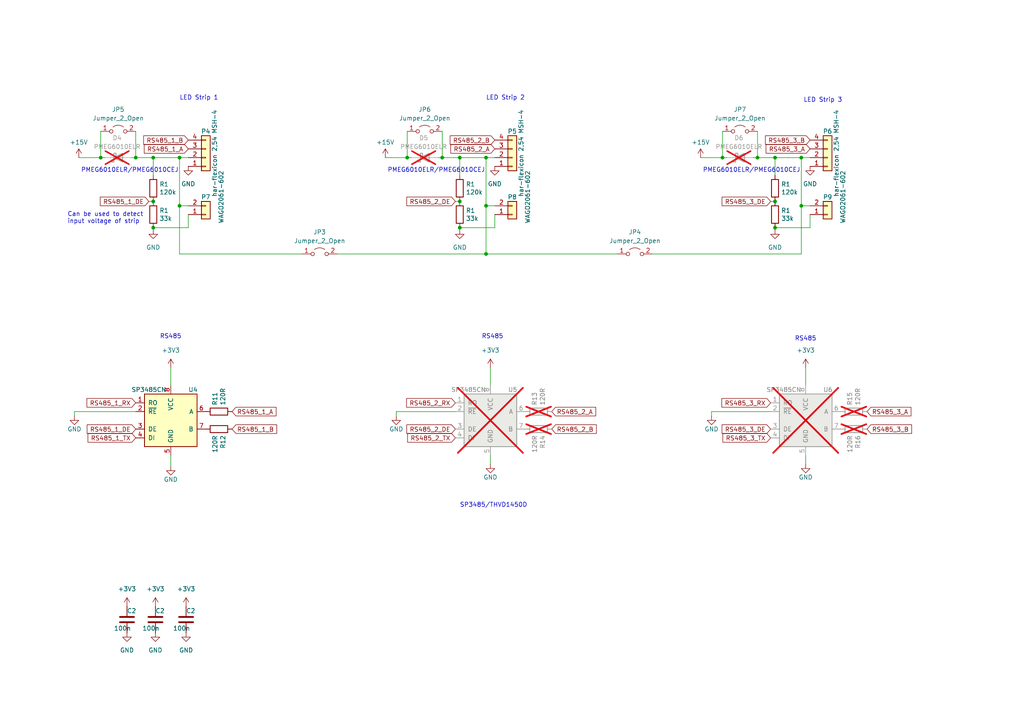
<source format=kicad_sch>
(kicad_sch (version 20231120) (generator "eeschema") (generator_version "8.0")
  (paper "A4")
  (lib_symbols
    (symbol "Connector_Generic:Conn_01x02" (pin_names (offset 1.016) hide)
      (property "Reference" "J" (at 0 2.54 0))
      (property "Value" "Conn_01x02" (at 0 -5.08 0))
      (symbol "Conn_01x02_1_1"
        (rectangle (start -1.27 -2.413) (end 0 -2.667) (stroke (width 0.1524)))
        (rectangle (start -1.27 0.127) (end 0 -0.127) (stroke (width 0.1524)))
        (rectangle (start -1.27 1.27) (end 1.27 -3.81) (stroke (width 0.254)) (fill (type background)))
        (pin passive line (at -5.08 0 0) (length 3.81) (name "Pin_1") (number "1"))
        (pin passive line (at -5.08 -2.54 0) (length 3.81) (name "Pin_2") (number "2"))
      )
    )
    (symbol "Connector_Generic:Conn_01x04" (pin_names (offset 1.016) hide)
      (property "Reference" "J" (at 0 5.08 0))
      (property "Value" "Conn_01x04" (at 0 -7.62 0))
      (symbol "Conn_01x04_1_1"
        (rectangle (start -1.27 -4.953) (end 0 -5.207) (stroke (width 0.1524)))
        (rectangle (start -1.27 -2.413) (end 0 -2.667) (stroke (width 0.1524)))
        (rectangle (start -1.27 0.127) (end 0 -0.127) (stroke (width 0.1524)))
        (rectangle (start -1.27 2.667) (end 0 2.413) (stroke (width 0.1524)))
        (rectangle (start -1.27 3.81) (end 1.27 -6.35) (stroke (width 0.254)) (fill (type background)))
        (pin passive line (at -5.08 2.54 0) (length 3.81) (name "Pin_1") (number "1"))
        (pin passive line (at -5.08 0 0) (length 3.81) (name "Pin_2") (number "2"))
        (pin passive line (at -5.08 -2.54 0) (length 3.81) (name "Pin_3") (number "3"))
        (pin passive line (at -5.08 -5.08 0) (length 3.81) (name "Pin_4") (number "4"))
      )
    )
    (symbol "Device:C" (pin_numbers hide) (pin_names (offset 0.254))
      (property "Reference" "C" (at 0.635 2.54 0))
      (property "Value" "C" (at 0.635 -2.54 0))
      (symbol "C_0_1"
        (polyline (pts (xy -2.032 -0.762) (xy 2.032 -0.762)) (stroke (width 0.508)))
        (polyline (pts (xy -2.032 0.762) (xy 2.032 0.762)) (stroke (width 0.508)))
      )
      (symbol "C_1_1"
        (pin passive line (at 0 3.81 270) (length 2.794) (name "~") (number "1"))
        (pin passive line (at 0 -3.81 90) (length 2.794) (name "~") (number "2"))
      )
    )
    (symbol "Device:D_Schottky" (pin_numbers hide) (pin_names (offset 1.016) hide)
      (property "Reference" "D" (at 0 2.54 0))
      (property "Value" "D_Schottky" (at 0 -2.54 0))
      (symbol "D_Schottky_0_1"
        (polyline (pts (xy 1.27 0) (xy -1.27 0)))
        (polyline (pts (xy 1.27 1.27) (xy 1.27 -1.27) (xy -1.27 0) (xy 1.27 1.27)) (stroke (width 0.254)))
        (polyline (pts (xy -1.905 0.635) (xy -1.905 1.27) (xy -1.27 1.27) (xy -1.27 -1.27) (xy -0.635 -1.27) (xy -0.635 -0.635)) (stroke (width 0.254)))
      )
      (symbol "D_Schottky_1_1"
        (pin passive line (at -3.81 0 0) (length 2.54) (name "K") (number "1"))
        (pin passive line (at 3.81 0 180) (length 2.54) (name "A") (number "2"))
      )
    )
    (symbol "Device:R" (pin_numbers hide) (pin_names (offset 0))
      (property "Reference" "R" (at 2.032 0 90))
      (property "Value" "R" (at 0 0 90))
      (symbol "R_0_1"
        (rectangle (start -1.016 -2.54) (end 1.016 2.54) (stroke (width 0.254)))
      )
      (symbol "R_1_1"
        (pin passive line (at 0 3.81 270) (length 1.27) (name "~") (number "1"))
        (pin passive line (at 0 -3.81 90) (length 1.27) (name "~") (number "2"))
      )
    )
    (symbol "Interface_UART:SP3485CN" (pin_names (offset 1.016))
      (property "Reference" "U" (at -7.62 8.89 0))
      (property "Value" "SP3485CN" (at 2.54 8.89 0))
      (symbol "SP3485CN_0_1"
        (rectangle (start -7.62 7.62) (end 7.62 -7.62) (stroke (width 0.254)) (fill (type background)))
      )
      (symbol "SP3485CN_1_1"
        (pin output line (at -10.16 5.08 0) (length 2.54) (name "RO") (number "1"))
        (pin input line (at -10.16 2.54 0) (length 2.54) (name "~{RE}") (number "2"))
        (pin input line (at -10.16 -2.54 0) (length 2.54) (name "DE") (number "3"))
        (pin input line (at -10.16 -5.08 0) (length 2.54) (name "DI") (number "4"))
        (pin power_in line (at 0 -10.16 90) (length 2.54) (name "GND") (number "5"))
        (pin bidirectional line (at 10.16 2.54 180) (length 2.54) (name "A") (number "6"))
        (pin bidirectional line (at 10.16 -2.54 180) (length 2.54) (name "B") (number "7"))
        (pin power_in line (at 0 10.16 270) (length 2.54) (name "VCC") (number "8"))
      )
    )
    (symbol "Jumper:Jumper_2_Open" (pin_names (offset 0) hide)
      (property "Reference" "JP" (at 0 2.794 0))
      (property "Value" "Jumper_2_Open" (at 0 -2.286 0))
      (symbol "Jumper_2_Open_0_0"
        (circle (center -2.032 0) (radius 0.508))
        (circle (center 2.032 0) (radius 0.508))
      )
      (symbol "Jumper_2_Open_0_1"
        (arc (start 1.524 1.27) (mid 0 1.778) (end -1.524 1.27))
      )
      (symbol "Jumper_2_Open_1_1"
        (pin passive line (at -5.08 0 0) (length 2.54) (name "A") (number "1"))
        (pin passive line (at 5.08 0 180) (length 2.54) (name "B") (number "2"))
      )
    )
    (symbol "power:+15V" (power) (pin_names (offset 0))
      (property "Value" "+15V" (at 0 3.556 0))
      (symbol "+15V_0_1"
        (polyline (pts (xy -0.762 1.27) (xy 0 2.54)))
        (polyline (pts (xy 0 0) (xy 0 2.54)))
        (polyline (pts (xy 0 2.54) (xy 0.762 1.27)))
      )
      (symbol "+15V_1_1"
        (pin power_in line (at 0 0 90) (length 0) hide (name "+15V") (number "1"))
      )
    )
    (symbol "power:+3V3" (power) (pin_names (offset 0))
      (property "Value" "+3V3" (at 0 3.556 0))
      (symbol "+3V3_0_1"
        (polyline (pts (xy -0.762 1.27) (xy 0 2.54)))
        (polyline (pts (xy 0 0) (xy 0 2.54)))
        (polyline (pts (xy 0 2.54) (xy 0.762 1.27)))
      )
      (symbol "+3V3_1_1"
        (pin power_in line (at 0 0 90) (length 0) hide (name "+3V3") (number "1"))
      )
    )
    (symbol "power:GND" (power) (pin_names (offset 0))
      (property "Value" "GND" (at 0 -3.81 0))
      (symbol "GND_0_1"
        (polyline (pts (xy 0 0) (xy 0 -1.27) (xy 1.27 -1.27) (xy 0 -2.54) (xy -1.27 -1.27) (xy 0 -1.27)))
      )
      (symbol "GND_1_1"
        (pin power_in line (at 0 0 270) (length 0) hide (name "GND") (number "1"))
      )
    )
  )
  (junction (at 140.97 73.66))
  (junction (at 140.97 45.72))
  (junction (at 44.45 45.72))
  (junction (at 118.11 45.72))
  (junction (at 232.41 45.72))
  (junction (at 133.35 45.72))
  (junction (at 29.21 45.72))
  (junction (at 128.27 45.72))
  (junction (at 133.35 66.04))
  (junction (at 219.71 45.72))
  (junction (at 224.79 45.72))
  (junction (at 39.37 45.72))
  (junction (at 140.97 59.69))
  (junction (at 232.41 59.69))
  (junction (at 224.79 66.04))
  (junction (at 52.07 45.72))
  (junction (at 52.07 59.69))
  (junction (at 224.79 58.42))
  (junction (at 209.55 45.72))
  (junction (at 133.35 58.42))
  (junction (at 44.45 58.42))
  (junction (at 44.45 66.04))
  (wire (pts (xy 44.45 66.04) (xy 54.61 66.04)))
  (wire (pts (xy 234.95 59.69) (xy 232.41 59.69)))
  (wire (pts (xy 140.97 45.72) (xy 143.51 45.72)))
  (wire (pts (xy 49.53 132.08) (xy 49.53 135.255)))
  (wire (pts (xy 203.2 45.72) (xy 209.55 45.72)))
  (wire (pts (xy 140.97 73.66) (xy 97.79 73.66)))
  (wire (pts (xy 44.45 45.72) (xy 52.07 45.72)))
  (wire (pts (xy 143.51 59.69) (xy 140.97 59.69)))
  (wire (pts (xy 224.79 45.72) (xy 224.79 50.8)))
  (wire (pts (xy 114.935 120.65) (xy 114.935 119.38)))
  (wire (pts (xy 118.11 38.1) (xy 118.11 45.72)))
  (wire (pts (xy 133.35 66.04) (xy 133.35 66.675)))
  (wire (pts (xy 52.07 45.72) (xy 54.61 45.72)))
  (wire (pts (xy 52.07 73.66) (xy 87.63 73.66)))
  (wire (pts (xy 133.35 45.72) (xy 140.97 45.72)))
  (wire (pts (xy 143.51 66.04) (xy 143.51 62.23)))
  (wire (pts (xy 38.1 45.72) (xy 39.37 45.72)))
  (wire (pts (xy 232.41 73.66) (xy 189.23 73.66)))
  (wire (pts (xy 224.79 66.04) (xy 234.95 66.04)))
  (wire (pts (xy 232.41 45.72) (xy 232.41 59.69)))
  (wire (pts (xy 232.41 59.69) (xy 232.41 73.66)))
  (wire (pts (xy 140.97 73.66) (xy 179.07 73.66)))
  (wire (pts (xy 140.97 59.69) (xy 140.97 73.66)))
  (wire (pts (xy 142.24 106.68) (xy 142.24 111.76)))
  (wire (pts (xy 218.44 45.72) (xy 219.71 45.72)))
  (wire (pts (xy 54.61 66.04) (xy 54.61 62.23)))
  (wire (pts (xy 29.21 45.72) (xy 30.48 45.72)))
  (wire (pts (xy 133.35 45.72) (xy 133.35 50.8)))
  (wire (pts (xy 233.68 132.08) (xy 233.68 134.62)))
  (wire (pts (xy 232.41 45.72) (xy 234.95 45.72)))
  (wire (pts (xy 54.61 59.69) (xy 52.07 59.69)))
  (wire (pts (xy 111.76 45.72) (xy 118.11 45.72)))
  (wire (pts (xy 21.59 120.65) (xy 21.59 119.38)))
  (wire (pts (xy 142.24 132.08) (xy 142.24 134.62)))
  (wire (pts (xy 44.45 66.04) (xy 44.45 66.675)))
  (wire (pts (xy 29.21 38.1) (xy 29.21 45.72)))
  (wire (pts (xy 119.38 45.72) (xy 118.11 45.72)))
  (wire (pts (xy 21.59 119.38) (xy 39.37 119.38)))
  (wire (pts (xy 223.52 58.42) (xy 224.79 58.42)))
  (wire (pts (xy 209.55 38.1) (xy 209.55 45.72)))
  (wire (pts (xy 128.27 45.72) (xy 133.35 45.72)))
  (wire (pts (xy 219.71 38.1) (xy 219.71 45.72)))
  (wire (pts (xy 127 45.72) (xy 128.27 45.72)))
  (wire (pts (xy 219.71 45.72) (xy 224.79 45.72)))
  (wire (pts (xy 233.68 106.68) (xy 233.68 111.76)))
  (wire (pts (xy 43.18 58.42) (xy 44.45 58.42)))
  (wire (pts (xy 234.95 66.04) (xy 234.95 62.23)))
  (wire (pts (xy 132.08 58.42) (xy 133.35 58.42)))
  (wire (pts (xy 133.35 66.04) (xy 143.51 66.04)))
  (wire (pts (xy 39.37 45.72) (xy 44.45 45.72)))
  (wire (pts (xy 49.53 106.68) (xy 49.53 111.76)))
  (wire (pts (xy 206.375 120.65) (xy 206.375 119.38)))
  (wire (pts (xy 44.45 45.72) (xy 44.45 50.8)))
  (wire (pts (xy 224.79 45.72) (xy 232.41 45.72)))
  (wire (pts (xy 140.97 45.72) (xy 140.97 59.69)))
  (wire (pts (xy 224.79 66.04) (xy 224.79 66.675)))
  (wire (pts (xy 206.375 119.38) (xy 223.52 119.38)))
  (wire (pts (xy 52.07 59.69) (xy 52.07 73.66)))
  (wire (pts (xy 114.935 119.38) (xy 132.08 119.38)))
  (wire (pts (xy 128.27 38.1) (xy 128.27 45.72)))
  (wire (pts (xy 209.55 45.72) (xy 210.82 45.72)))
  (wire (pts (xy 52.07 45.72) (xy 52.07 59.69)))
  (wire (pts (xy 22.86 45.72) (xy 29.21 45.72)))
  (wire (pts (xy 39.37 38.1) (xy 39.37 45.72)))
  (text "Can be used to detect\ninput voltage of strip" (at 19.558 65.024 0) (effects (font (size 1.27 1.27)) (justify left bottom)))
  (text "LED Strip 3" (at 233.045 29.845 0) (effects (font (size 1.27 1.27)) (justify left bottom)))
  (text "PMEG6010ELR/PMEG6010CEJ " (at 112.395 50.165 0) (effects (font (size 1.27 1.27)) (justify left bottom)))
  (text "LED Strip 1" (at 52.07 29.21 0) (effects (font (size 1.27 1.27)) (justify left bottom)))
  (text "SP3485/THVD1450D" (at 133.35 147.32 0) (effects (font (size 1.27 1.27)) (justify left bottom)))
  (text "LED Strip 2" (at 140.97 29.21 0) (effects (font (size 1.27 1.27)) (justify left bottom)))
  (text "PMEG6010ELR/PMEG6010CEJ " (at 23.495 50.165 0) (effects (font (size 1.27 1.27)) (justify left bottom)))
  (text "RS485" (at 230.505 99.06 0) (effects (font (size 1.27 1.27)) (justify left bottom)))
  (text "RS485" (at 46.355 98.425 0) (effects (font (size 1.27 1.27)) (justify left bottom)))
  (text "PMEG6010ELR/PMEG6010CEJ " (at 203.835 50.165 0) (effects (font (size 1.27 1.27)) (justify left bottom)))
  (text "RS485" (at 139.7 98.425 0) (effects (font (size 1.27 1.27)) (justify left bottom)))
  (global_label "RS485_3_TX" (shape input) (at 223.52 127 180) (property "Intersheetrefs" "${INTERSHEET_REFS}" (effects (hide yes))))
  (global_label "RS485_1_B" (shape input) (at 67.31 124.46 0) (property "Intersheetrefs" "${INTERSHEET_REFS}" (effects (hide yes))))
  (global_label "RS485_2_DE" (shape input) (at 132.08 58.42 180) (property "Intersheetrefs" "${INTERSHEET_REFS}" (effects (hide yes))))
  (global_label "RS485_2_DE" (shape input) (at 132.08 124.46 180) (property "Intersheetrefs" "${INTERSHEET_REFS}" (effects (hide yes))))
  (global_label "RS485_2_TX" (shape input) (at 132.08 127 180) (property "Intersheetrefs" "${INTERSHEET_REFS}" (effects (hide yes))))
  (global_label "RS485_3_DE" (shape input) (at 223.52 58.42 180) (property "Intersheetrefs" "${INTERSHEET_REFS}" (effects (hide yes))))
  (global_label "RS485_1_B" (shape input) (at 54.61 40.64 180) (property "Intersheetrefs" "${INTERSHEET_REFS}" (effects (hide yes))))
  (global_label "RS485_2_A" (shape input) (at 143.51 43.18 180) (property "Intersheetrefs" "${INTERSHEET_REFS}" (effects (hide yes))))
  (global_label "RS485_3_DE" (shape input) (at 223.52 124.46 180) (property "Intersheetrefs" "${INTERSHEET_REFS}" (effects (hide yes))))
  (global_label "RS485_3_B" (shape input) (at 251.46 124.46 0) (property "Intersheetrefs" "${INTERSHEET_REFS}" (effects (hide yes))))
  (global_label "RS485_2_B" (shape input) (at 160.02 124.46 0) (property "Intersheetrefs" "${INTERSHEET_REFS}" (effects (hide yes))))
  (global_label "RS485_3_B" (shape input) (at 234.95 40.64 180) (property "Intersheetrefs" "${INTERSHEET_REFS}" (effects (hide yes))))
  (global_label "RS485_3_A" (shape input) (at 234.95 43.18 180) (property "Intersheetrefs" "${INTERSHEET_REFS}" (effects (hide yes))))
  (global_label "RS485_2_B" (shape input) (at 143.51 40.64 180) (property "Intersheetrefs" "${INTERSHEET_REFS}" (effects (hide yes))))
  (global_label "RS485_1_TX" (shape input) (at 39.37 127 180) (property "Intersheetrefs" "${INTERSHEET_REFS}" (effects (hide yes))))
  (global_label "RS485_2_RX" (shape input) (at 132.08 116.84 180) (property "Intersheetrefs" "${INTERSHEET_REFS}" (effects (hide yes))))
  (global_label "RS485_1_A" (shape input) (at 67.31 119.38 0) (property "Intersheetrefs" "${INTERSHEET_REFS}" (effects (hide yes))))
  (global_label "RS485_3_A" (shape input) (at 251.46 119.38 0) (property "Intersheetrefs" "${INTERSHEET_REFS}" (effects (hide yes))))
  (global_label "RS485_1_A" (shape input) (at 54.61 43.18 180) (property "Intersheetrefs" "${INTERSHEET_REFS}" (effects (hide yes))))
  (global_label "RS485_2_A" (shape input) (at 160.02 119.38 0) (property "Intersheetrefs" "${INTERSHEET_REFS}" (effects (hide yes))))
  (global_label "RS485_1_RX" (shape input) (at 39.37 116.84 180) (property "Intersheetrefs" "${INTERSHEET_REFS}" (effects (hide yes))))
  (global_label "RS485_1_DE" (shape input) (at 39.37 124.46 180) (property "Intersheetrefs" "${INTERSHEET_REFS}" (effects (hide yes))))
  (global_label "RS485_1_DE" (shape input) (at 43.18 58.42 180) (property "Intersheetrefs" "${INTERSHEET_REFS}" (effects (hide yes))))
  (global_label "RS485_3_RX" (shape input) (at 223.52 116.84 180) (property "Intersheetrefs" "${INTERSHEET_REFS}" (effects (hide yes))))
  (symbol (lib_id "Device:R") (at 247.65 119.38 90) (unit 1) (dnp yes)
    (property "Reference" "R15" (at 246.4816 117.602 0) (effects (justify left)))
    (property "Value" "120R" (at 248.793 117.602 0) (effects (justify left)))
    (property "Footprint" "local:1206-term" (effects (hide yes)))
  )
  (symbol (lib_id "power:GND") (at 234.95 48.26 0) (unit 1)
    (property "Reference" "#PWR010" (effects (hide yes)))
    (property "Value" "GND" (at 234.95 53.34 0))
    (instances (project "Display" (path "" (reference "#PWR010") (unit 1))) (project "control" (path "" (reference "#PWR046") (unit 1))))
  )
  (symbol (lib_id "power:GND") (at 21.59 120.65 0) (unit 1)
    (property "Reference" "#PWR061" (effects (hide yes)))
    (property "Value" "GND" (at 21.59 124.46 0))
    (instances (project "control" (path "" (reference "#PWR061") (unit 1))) (project "LedControl" (path "" (reference "#PWR01") (unit 1))))
  )
  (symbol (lib_id "Device:R") (at 63.5 124.46 270) (unit 1)
    (property "Reference" "R12" (at 64.6684 126.238 0) (effects (justify left)))
    (property "Value" "120R" (at 62.357 126.238 0) (effects (justify left)))
    (property "Footprint" "local:1206-term" (effects (hide yes)))
  )
  (symbol (lib_id "Interface_UART:SP3485CN") (at 142.24 121.92 0) (unit 1) (dnp yes)
    (property "Reference" "U5" (at 147.32 113.03 0) (effects (justify left)))
    (property "Value" "SP3485CN" (at 130.81 113.03 0) (effects (justify left)))
    (property "Footprint" "local:SO-8" (effects (hide yes)))
    (instances (project "control" (path "" (reference "U5") (unit 1))) (project "LedControl" (path "" (reference "U4") (unit 1))))
  )
  (symbol (lib_id "Device:D_Schottky") (at 123.19 45.72 0) (mirror x) (unit 1) (dnp yes)
    (property "Reference" "D5" (at 122.8725 40.005 0))
    (property "Value" "PMEG6010ELR" (at 122.8725 42.545 0))
    (property "Footprint" "local:PMEG6010ELR" (effects (hide yes)))
  )
  (symbol (lib_id "Device:R") (at 156.21 124.46 270) (unit 1) (dnp yes)
    (property "Reference" "R14" (at 157.3784 126.238 0) (effects (justify left)))
    (property "Value" "120R" (at 155.067 126.238 0) (effects (justify left)))
    (property "Footprint" "local:1206-term" (effects (hide yes)))
  )
  (symbol (lib_id "Jumper:Jumper_2_Open") (at 123.19 38.1 0) (unit 1) (in_bom no)
    (property "Reference" "JP6" (at 123.19 31.75 0))
    (property "Value" "Jumper_2_Open" (at 123.19 34.29 0))
    (property "Footprint" "local:Jumper" (effects (hide yes)))
  )
  (symbol (lib_id "power:GND") (at 142.24 134.62 0) (unit 1)
    (property "Reference" "#PWR038" (effects (hide yes)))
    (property "Value" "GND" (at 142.24 138.43 0))
    (instances (project "control" (path "" (reference "#PWR038") (unit 1))) (project "LedControl" (path "" (reference "#PWR01") (unit 1))))
  )
  (symbol (lib_id "power:GND") (at 206.375 120.65 0) (unit 1)
    (property "Reference" "#PWR016" (effects (hide yes)))
    (property "Value" "GND" (at 206.375 124.46 0))
    (instances (project "control" (path "" (reference "#PWR016") (unit 1))) (project "LedControl" (path "" (reference "#PWR01") (unit 1))))
  )
  (symbol (lib_id "Device:R") (at 44.45 62.23 0) (unit 1)
    (property "Reference" "R1" (at 46.228 61.0616 0) (effects (justify left)))
    (property "Value" "33k" (at 46.228 63.373 0) (effects (justify left)))
    (property "Footprint" "local:0603" (effects (hide yes)))
    (instances (project "Display" (path "" (reference "R1") (unit 1))) (project "control" (path "" (reference "R6") (unit 1))))
  )
  (symbol (lib_id "Device:R") (at 156.21 119.38 90) (unit 1) (dnp yes)
    (property "Reference" "R13" (at 155.0416 117.602 0) (effects (justify left)))
    (property "Value" "120R" (at 157.353 117.602 0) (effects (justify left)))
    (property "Footprint" "local:1206-term" (effects (hide yes)))
  )
  (symbol (lib_id "Device:C") (at 45.085 179.705 0) (unit 1)
    (property "Reference" "C2" (at 45.085 177.165 0) (effects (justify left)))
    (property "Value" "100n" (at 41.275 182.245 0) (effects (justify left)))
    (property "Footprint" "local:0603" (effects (hide yes)))
    (instances (project "Display" (path "" (reference "C2") (unit 1))) (project "control" (path "" (reference "C16") (unit 1))))
  )
  (symbol (lib_id "Device:R") (at 63.5 119.38 90) (unit 1)
    (property "Reference" "R11" (at 62.3316 117.602 0) (effects (justify left)))
    (property "Value" "120R" (at 64.643 117.602 0) (effects (justify left)))
    (property "Footprint" "local:1206-term" (effects (hide yes)))
  )
  (symbol (lib_id "power:GND") (at 53.975 183.515 0) (unit 1)
    (property "Reference" "#PWR010" (effects (hide yes)))
    (property "Value" "GND" (at 53.975 188.595 0))
    (instances (project "Display" (path "" (reference "#PWR010") (unit 1))) (project "control" (path "" (reference "#PWR051") (unit 1))))
  )
  (symbol (lib_id "power:GND") (at 143.51 48.26 0) (unit 1)
    (property "Reference" "#PWR010" (effects (hide yes)))
    (property "Value" "GND" (at 143.51 53.34 0))
    (instances (project "Display" (path "" (reference "#PWR010") (unit 1))) (project "control" (path "" (reference "#PWR014") (unit 1))))
  )
  (symbol (lib_id "power:+3V3") (at 233.68 106.68 0) (unit 1)
    (property "Reference" "#PWR02" (effects (hide yes)))
    (property "Value" "+3V3" (at 233.68 101.6 0))
    (instances (project "Display" (path "" (reference "#PWR02") (unit 1))) (project "control" (path "" (reference "#PWR040") (unit 1))))
  )
  (symbol (lib_id "Device:R") (at 247.65 124.46 270) (unit 1) (dnp yes)
    (property "Reference" "R16" (at 248.8184 126.238 0) (effects (justify left)))
    (property "Value" "120R" (at 246.507 126.238 0) (effects (justify left)))
    (property "Footprint" "local:1206-term" (effects (hide yes)))
  )
  (symbol (lib_id "Device:C") (at 36.83 179.705 0) (unit 1)
    (property "Reference" "C2" (at 36.83 177.165 0) (effects (justify left)))
    (property "Value" "100n" (at 33.02 182.245 0) (effects (justify left)))
    (property "Footprint" "local:0603" (effects (hide yes)))
    (instances (project "Display" (path "" (reference "C2") (unit 1))) (project "control" (path "" (reference "C15") (unit 1))))
  )
  (symbol (lib_id "Connector_Generic:Conn_01x02") (at 240.03 62.23 0) (mirror x) (unit 1) (in_bom no)
    (property "Reference" "P9" (at 240.03 57.15 0))
    (property "Value" "WAGO2061-602" (at 244.475 57.15 90))
    (property "Footprint" "local:WAGO2061-602" (effects (hide yes)))
  )
  (symbol (lib_id "Jumper:Jumper_2_Open") (at 184.15 73.66 0) (unit 1) (in_bom no)
    (property "Reference" "JP4" (at 184.15 67.31 0))
    (property "Value" "Jumper_2_Open" (at 184.15 69.85 0))
    (property "Footprint" "local:Jumper" (effects (hide yes)))
  )
  (symbol (lib_id "power:GND") (at 44.45 66.675 0) (unit 1)
    (property "Reference" "#PWR010" (effects (hide yes)))
    (property "Value" "GND" (at 44.45 71.755 0))
    (instances (project "Display" (path "" (reference "#PWR010") (unit 1))) (project "control" (path "" (reference "#PWR044") (unit 1))))
  )
  (symbol (lib_id "power:GND") (at 233.68 134.62 0) (unit 1)
    (property "Reference" "#PWR041" (effects (hide yes)))
    (property "Value" "GND" (at 233.68 138.43 0))
    (instances (project "control" (path "" (reference "#PWR041") (unit 1))) (project "LedControl" (path "" (reference "#PWR01") (unit 1))))
  )
  (symbol (lib_id "Connector_Generic:Conn_01x04") (at 59.69 45.72 0) (mirror x) (unit 1) (in_bom no)
    (property "Reference" "P4" (at 59.69 38.1 0))
    (property "Value" "har-flexicon 2,54 MSH-4" (at 62.23 44.45 90))
    (property "Footprint" "local:Harting14110413002000" (effects (hide yes)))
    (instances (project "control" (path "" (reference "P4") (unit 1))) (project "LedControl" (path "" (reference "P8") (unit 1))))
  )
  (symbol (lib_id "power:+3V3") (at 49.53 106.68 0) (unit 1)
    (property "Reference" "#PWR02" (effects (hide yes)))
    (property "Value" "+3V3" (at 49.53 101.6 0))
    (instances (project "Display" (path "" (reference "#PWR02") (unit 1))) (project "control" (path "" (reference "#PWR036") (unit 1))))
  )
  (symbol (lib_id "power:+3V3") (at 142.24 106.68 0) (unit 1)
    (property "Reference" "#PWR02" (effects (hide yes)))
    (property "Value" "+3V3" (at 142.24 101.6 0))
    (instances (project "Display" (path "" (reference "#PWR02") (unit 1))) (project "control" (path "" (reference "#PWR039") (unit 1))))
  )
  (symbol (lib_id "power:+15V") (at 111.76 45.72 0) (unit 1)
    (property "Reference" "#PWR02" (effects (hide yes)))
    (property "Value" "+15V" (at 111.76 41.275 0))
  )
  (symbol (lib_id "power:+15V") (at 22.86 45.72 0) (unit 1)
    (property "Reference" "#PWR042" (effects (hide yes)))
    (property "Value" "+15V" (at 22.86 41.275 0))
  )
  (symbol (lib_id "Device:R") (at 44.45 54.61 0) (unit 1)
    (property "Reference" "R1" (at 46.228 53.4416 0) (effects (justify left)))
    (property "Value" "120k" (at 46.228 55.753 0) (effects (justify left)))
    (property "Footprint" "local:0603" (effects (hide yes)))
    (instances (project "Display" (path "" (reference "R1") (unit 1))) (project "control" (path "" (reference "R5") (unit 1))))
  )
  (symbol (lib_id "Jumper:Jumper_2_Open") (at 92.71 73.66 0) (unit 1) (in_bom no)
    (property "Reference" "JP3" (at 92.71 67.31 0))
    (property "Value" "Jumper_2_Open" (at 92.71 69.85 0))
    (property "Footprint" "local:Jumper" (effects (hide yes)))
  )
  (symbol (lib_id "power:GND") (at 133.35 66.675 0) (unit 1)
    (property "Reference" "#PWR010" (effects (hide yes)))
    (property "Value" "GND" (at 133.35 71.755 0))
    (instances (project "Display" (path "" (reference "#PWR010") (unit 1))) (project "control" (path "" (reference "#PWR035") (unit 1))))
  )
  (symbol (lib_id "Device:D_Schottky") (at 34.29 45.72 0) (mirror x) (unit 1) (dnp yes)
    (property "Reference" "D4" (at 33.9725 40.005 0))
    (property "Value" "PMEG6010ELR" (at 33.9725 42.545 0))
    (property "Footprint" "local:PMEG6010ELR" (effects (hide yes)))
  )
  (symbol (lib_id "Interface_UART:SP3485CN") (at 49.53 121.92 0) (unit 1)
    (property "Reference" "U4" (at 54.61 113.03 0) (effects (justify left)))
    (property "Value" "SP3485CN" (at 38.1 113.03 0) (effects (justify left)))
    (property "Footprint" "local:SO-8" (effects (hide yes)))
  )
  (symbol (lib_id "Device:D_Schottky") (at 214.63 45.72 0) (mirror x) (unit 1) (dnp yes)
    (property "Reference" "D6" (at 214.3125 40.005 0))
    (property "Value" "PMEG6010ELR" (at 214.3125 42.545 0))
    (property "Footprint" "local:PMEG6010ELR" (effects (hide yes)))
  )
  (symbol (lib_id "Device:C") (at 53.975 179.705 0) (unit 1)
    (property "Reference" "C2" (at 53.975 177.165 0) (effects (justify left)))
    (property "Value" "100n" (at 50.165 182.245 0) (effects (justify left)))
    (property "Footprint" "local:0603" (effects (hide yes)))
    (instances (project "Display" (path "" (reference "C2") (unit 1))) (project "control" (path "" (reference "C17") (unit 1))))
  )
  (symbol (lib_id "Connector_Generic:Conn_01x04") (at 240.03 45.72 0) (mirror x) (unit 1) (in_bom no)
    (property "Reference" "P6" (at 240.03 38.1 0))
    (property "Value" "har-flexicon 2,54 MSH-4" (at 242.57 44.45 90))
    (property "Footprint" "local:Harting14110413002000" (effects (hide yes)))
    (instances (project "control" (path "" (reference "P6") (unit 1))) (project "LedControl" (path "" (reference "P8") (unit 1))))
  )
  (symbol (lib_id "Connector_Generic:Conn_01x02") (at 148.59 62.23 0) (mirror x) (unit 1) (in_bom no)
    (property "Reference" "P8" (at 148.59 57.15 0))
    (property "Value" "WAGO2061-602" (at 153.035 57.15 90))
    (property "Footprint" "local:WAGO2061-602" (effects (hide yes)))
  )
  (symbol (lib_id "Interface_UART:SP3485CN") (at 233.68 121.92 0) (unit 1) (dnp yes)
    (property "Reference" "U6" (at 238.76 113.03 0) (effects (justify left)))
    (property "Value" "SP3485CN" (at 222.25 113.03 0) (effects (justify left)))
    (property "Footprint" "local:SO-8" (effects (hide yes)))
    (instances (project "control" (path "" (reference "U6") (unit 1))) (project "LedControl" (path "" (reference "U4") (unit 1))))
  )
  (symbol (lib_id "Jumper:Jumper_2_Open") (at 214.63 38.1 0) (unit 1) (in_bom no)
    (property "Reference" "JP7" (at 214.63 31.75 0))
    (property "Value" "Jumper_2_Open" (at 214.63 34.29 0))
    (property "Footprint" "local:Jumper" (effects (hide yes)))
  )
  (symbol (lib_id "power:GND") (at 114.935 120.65 0) (unit 1)
    (property "Reference" "#PWR017" (effects (hide yes)))
    (property "Value" "GND" (at 114.935 124.46 0))
    (instances (project "control" (path "" (reference "#PWR017") (unit 1))) (project "LedControl" (path "" (reference "#PWR01") (unit 1))))
  )
  (symbol (lib_id "Jumper:Jumper_2_Open") (at 34.29 38.1 0) (unit 1) (in_bom no)
    (property "Reference" "JP5" (at 34.29 31.75 0))
    (property "Value" "Jumper_2_Open" (at 34.29 34.29 0))
    (property "Footprint" "local:Jumper" (effects (hide yes)))
  )
  (symbol (lib_id "Device:R") (at 224.79 62.23 0) (unit 1)
    (property "Reference" "R1" (at 226.568 61.0616 0) (effects (justify left)))
    (property "Value" "33k" (at 226.568 63.373 0) (effects (justify left)))
    (property "Footprint" "local:0603" (effects (hide yes)))
    (instances (project "Display" (path "" (reference "R1") (unit 1))) (project "control" (path "" (reference "R10") (unit 1))))
  )
  (symbol (lib_id "Device:R") (at 224.79 54.61 0) (unit 1)
    (property "Reference" "R1" (at 226.568 53.4416 0) (effects (justify left)))
    (property "Value" "120k" (at 226.568 55.753 0) (effects (justify left)))
    (property "Footprint" "local:0603" (effects (hide yes)))
    (instances (project "Display" (path "" (reference "R1") (unit 1))) (project "control" (path "" (reference "R9") (unit 1))))
  )
  (symbol (lib_id "Connector_Generic:Conn_01x04") (at 148.59 45.72 0) (mirror x) (unit 1) (in_bom no)
    (property "Reference" "P5" (at 148.59 38.1 0))
    (property "Value" "har-flexicon 2,54 MSH-4" (at 151.13 44.45 90))
    (property "Footprint" "local:Harting14110413002000" (effects (hide yes)))
    (instances (project "control" (path "" (reference "P5") (unit 1))) (project "LedControl" (path "" (reference "P8") (unit 1))))
  )
  (symbol (lib_id "Connector_Generic:Conn_01x02") (at 59.69 62.23 0) (mirror x) (unit 1) (in_bom no)
    (property "Reference" "P7" (at 59.69 57.15 0))
    (property "Value" "WAGO2061-602" (at 64.135 57.15 90))
    (property "Footprint" "local:WAGO2061-602" (effects (hide yes)))
  )
  (symbol (lib_id "power:+3V3") (at 45.085 175.895 0) (unit 1)
    (property "Reference" "#PWR09" (effects (hide yes)))
    (property "Value" "+3V3" (at 45.085 170.815 0))
    (instances (project "Display" (path "" (reference "#PWR09") (unit 1))) (project "control" (path "" (reference "#PWR048") (unit 1))))
  )
  (symbol (lib_id "power:GND") (at 45.085 183.515 0) (unit 1)
    (property "Reference" "#PWR010" (effects (hide yes)))
    (property "Value" "GND" (at 45.085 188.595 0))
    (instances (project "Display" (path "" (reference "#PWR010") (unit 1))) (project "control" (path "" (reference "#PWR049") (unit 1))))
  )
  (symbol (lib_id "power:+3V3") (at 36.83 175.895 0) (unit 1)
    (property "Reference" "#PWR09" (effects (hide yes)))
    (property "Value" "+3V3" (at 36.83 170.815 0))
  )
  (symbol (lib_id "power:GND") (at 36.83 183.515 0) (unit 1)
    (property "Reference" "#PWR010" (effects (hide yes)))
    (property "Value" "GND" (at 36.83 188.595 0))
  )
  (symbol (lib_id "power:GND") (at 54.61 48.26 0) (unit 1)
    (property "Reference" "#PWR010" (effects (hide yes)))
    (property "Value" "GND" (at 54.61 53.34 0))
    (instances (project "Display" (path "" (reference "#PWR010") (unit 1))) (project "control" (path "" (reference "#PWR043") (unit 1))))
  )
  (symbol (lib_id "Device:R") (at 133.35 54.61 0) (unit 1)
    (property "Reference" "R1" (at 135.128 53.4416 0) (effects (justify left)))
    (property "Value" "120k" (at 135.128 55.753 0) (effects (justify left)))
    (property "Footprint" "local:0603" (effects (hide yes)))
    (instances (project "Display" (path "" (reference "R1") (unit 1))) (project "control" (path "" (reference "R7") (unit 1))))
  )
  (symbol (lib_id "Device:R") (at 133.35 62.23 0) (unit 1)
    (property "Reference" "R1" (at 135.128 61.0616 0) (effects (justify left)))
    (property "Value" "33k" (at 135.128 63.373 0) (effects (justify left)))
    (property "Footprint" "local:0603" (effects (hide yes)))
    (instances (project "Display" (path "" (reference "R1") (unit 1))) (project "control" (path "" (reference "R8") (unit 1))))
  )
  (symbol (lib_id "power:GND") (at 49.53 135.255 0) (unit 1)
    (property "Reference" "#PWR037" (effects (hide yes)))
    (property "Value" "GND" (at 49.53 139.065 0))
    (instances (project "control" (path "" (reference "#PWR037") (unit 1))) (project "LedControl" (path "" (reference "#PWR01") (unit 1))))
  )
  (symbol (lib_id "power:+15V") (at 203.2 45.72 0) (unit 1)
    (property "Reference" "#PWR045" (effects (hide yes)))
    (property "Value" "+15V" (at 203.2 41.275 0))
  )
  (symbol (lib_id "power:+3V3") (at 53.975 175.895 0) (unit 1)
    (property "Reference" "#PWR09" (effects (hide yes)))
    (property "Value" "+3V3" (at 53.975 170.815 0))
    (instances (project "Display" (path "" (reference "#PWR09") (unit 1))) (project "control" (path "" (reference "#PWR050") (unit 1))))
  )
  (symbol (lib_id "power:GND") (at 224.79 66.675 0) (unit 1)
    (property "Reference" "#PWR010" (effects (hide yes)))
    (property "Value" "GND" (at 224.79 71.755 0))
    (instances (project "Display" (path "" (reference "#PWR010") (unit 1))) (project "control" (path "" (reference "#PWR047") (unit 1))))
  )
)
</source>
